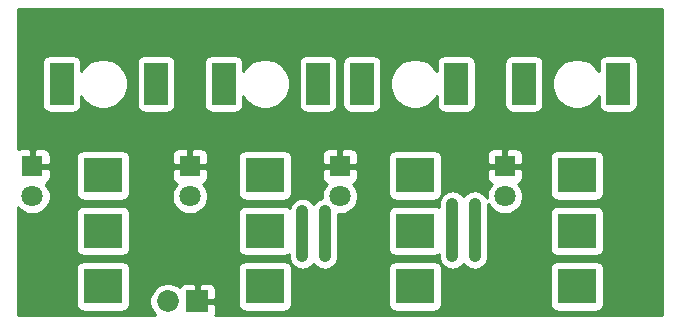
<source format=gbr>
%TF.GenerationSoftware,KiCad,Pcbnew,(5.1.9)-1*%
%TF.CreationDate,2021-03-02T23:28:56+00:00*%
%TF.ProjectId,Four Power Outlet,466f7572-2050-46f7-9765-72204f75746c,rev?*%
%TF.SameCoordinates,Original*%
%TF.FileFunction,Copper,L2,Bot*%
%TF.FilePolarity,Positive*%
%FSLAX46Y46*%
G04 Gerber Fmt 4.6, Leading zero omitted, Abs format (unit mm)*
G04 Created by KiCad (PCBNEW (5.1.9)-1) date 2021-03-02 23:28:56*
%MOMM*%
%LPD*%
G01*
G04 APERTURE LIST*
%TA.AperFunction,ComponentPad*%
%ADD10R,1.850000X1.850000*%
%TD*%
%TA.AperFunction,ComponentPad*%
%ADD11C,1.850000*%
%TD*%
%TA.AperFunction,ComponentPad*%
%ADD12R,3.300000X3.000000*%
%TD*%
%TA.AperFunction,ComponentPad*%
%ADD13R,2.000000X3.600000*%
%TD*%
%TA.AperFunction,ComponentPad*%
%ADD14R,1.800000X1.800000*%
%TD*%
%TA.AperFunction,ComponentPad*%
%ADD15C,1.800000*%
%TD*%
%TA.AperFunction,ViaPad*%
%ADD16C,0.800000*%
%TD*%
%TA.AperFunction,Conductor*%
%ADD17C,1.000000*%
%TD*%
%TA.AperFunction,Conductor*%
%ADD18C,0.254000*%
%TD*%
%TA.AperFunction,Conductor*%
%ADD19C,0.100000*%
%TD*%
G04 APERTURE END LIST*
D10*
%TO.P,J1,1*%
%TO.N,GND*%
X92075000Y-125730000D03*
D11*
%TO.P,J1,2*%
%TO.N,+5V*%
X89575000Y-125730000D03*
%TD*%
D12*
%TO.P,SW4,3*%
%TO.N,Net-(SW4-Pad3)*%
X84075000Y-115060000D03*
%TO.P,SW4,2*%
%TO.N,+5V*%
X84075000Y-119760000D03*
%TO.P,SW4,1*%
%TO.N,Net-(J5-Pad1)*%
X84075000Y-124460000D03*
%TD*%
%TO.P,SW3,3*%
%TO.N,Net-(SW3-Pad3)*%
X97790000Y-115060000D03*
%TO.P,SW3,2*%
%TO.N,+5V*%
X97790000Y-119760000D03*
%TO.P,SW3,1*%
%TO.N,Net-(J4-Pad1)*%
X97790000Y-124460000D03*
%TD*%
%TO.P,SW2,3*%
%TO.N,Net-(SW2-Pad3)*%
X110500000Y-115060000D03*
%TO.P,SW2,2*%
%TO.N,+5V*%
X110500000Y-119760000D03*
%TO.P,SW2,1*%
%TO.N,Net-(J3-Pad1)*%
X110500000Y-124460000D03*
%TD*%
%TO.P,SW1,3*%
%TO.N,Net-(SW1-Pad3)*%
X124200000Y-115060000D03*
%TO.P,SW1,2*%
%TO.N,+5V*%
X124200000Y-119760000D03*
%TO.P,SW1,1*%
%TO.N,Net-(J2-Pad1)*%
X124200000Y-124460000D03*
%TD*%
D13*
%TO.P,J5,2*%
%TO.N,Net-(J5-Pad2)*%
X80574000Y-107315000D03*
%TO.P,J5,1*%
%TO.N,Net-(J5-Pad1)*%
X88574000Y-107315000D03*
%TD*%
%TO.P,J4,2*%
%TO.N,Net-(J4-Pad2)*%
X94290000Y-107315000D03*
%TO.P,J4,1*%
%TO.N,Net-(J4-Pad1)*%
X102290000Y-107315000D03*
%TD*%
%TO.P,J3,2*%
%TO.N,Net-(J3-Pad2)*%
X113990000Y-107315000D03*
%TO.P,J3,1*%
%TO.N,Net-(J3-Pad1)*%
X105990000Y-107315000D03*
%TD*%
%TO.P,J2,2*%
%TO.N,Net-(J2-Pad2)*%
X127706000Y-107315000D03*
%TO.P,J2,1*%
%TO.N,Net-(J2-Pad1)*%
X119706000Y-107315000D03*
%TD*%
D14*
%TO.P,D4,1*%
%TO.N,GND*%
X78105000Y-114300000D03*
D15*
%TO.P,D4,2*%
%TO.N,Net-(D4-Pad2)*%
X78105000Y-116840000D03*
%TD*%
D14*
%TO.P,D3,1*%
%TO.N,GND*%
X91440000Y-114300000D03*
D15*
%TO.P,D3,2*%
%TO.N,Net-(D3-Pad2)*%
X91440000Y-116840000D03*
%TD*%
D14*
%TO.P,D2,1*%
%TO.N,GND*%
X104140000Y-114300000D03*
D15*
%TO.P,D2,2*%
%TO.N,Net-(D2-Pad2)*%
X104140000Y-116840000D03*
%TD*%
D14*
%TO.P,D1,1*%
%TO.N,GND*%
X118110000Y-114300000D03*
D15*
%TO.P,D1,2*%
%TO.N,Net-(D1-Pad2)*%
X118110000Y-116840000D03*
%TD*%
D16*
%TO.N,GND*%
X129540000Y-110490000D03*
X115570000Y-110490000D03*
X92710000Y-110490000D03*
X78740000Y-110490000D03*
%TO.N,Net-(D1-Pad2)*%
X115570000Y-121920000D03*
X115570000Y-117475000D03*
X115570000Y-121920000D03*
%TO.N,Net-(D2-Pad2)*%
X102870000Y-121920000D03*
X102870000Y-118110000D03*
%TO.N,Net-(J3-Pad1)*%
X113665000Y-121920000D03*
X113665000Y-117475000D03*
%TO.N,Net-(J4-Pad1)*%
X100965000Y-121920000D03*
X100965000Y-118110000D03*
%TD*%
D17*
%TO.N,Net-(D1-Pad2)*%
X115570000Y-117475000D02*
X115570000Y-121920000D01*
%TO.N,Net-(D2-Pad2)*%
X102870000Y-121920000D02*
X102870000Y-118110000D01*
%TO.N,Net-(J3-Pad1)*%
X113665000Y-121920000D02*
X113665000Y-117475000D01*
%TO.N,Net-(J4-Pad1)*%
X100965000Y-121920000D02*
X100965000Y-118110000D01*
%TD*%
D18*
%TO.N,GND*%
X131420000Y-126873000D02*
X93597444Y-126873000D01*
X93625812Y-126779482D01*
X93638072Y-126655000D01*
X93635000Y-126015750D01*
X93476250Y-125857000D01*
X92202000Y-125857000D01*
X92202000Y-125877000D01*
X91948000Y-125877000D01*
X91948000Y-125857000D01*
X91928000Y-125857000D01*
X91928000Y-125603000D01*
X91948000Y-125603000D01*
X91948000Y-124328750D01*
X92202000Y-124328750D01*
X92202000Y-125603000D01*
X93476250Y-125603000D01*
X93635000Y-125444250D01*
X93638072Y-124805000D01*
X93625812Y-124680518D01*
X93589502Y-124560820D01*
X93530537Y-124450506D01*
X93451185Y-124353815D01*
X93354494Y-124274463D01*
X93244180Y-124215498D01*
X93124482Y-124179188D01*
X93000000Y-124166928D01*
X92360750Y-124170000D01*
X92202000Y-124328750D01*
X91948000Y-124328750D01*
X91789250Y-124170000D01*
X91150000Y-124166928D01*
X91025518Y-124179188D01*
X90905820Y-124215498D01*
X90795506Y-124274463D01*
X90698815Y-124353815D01*
X90619463Y-124450506D01*
X90578435Y-124527262D01*
X90569442Y-124518269D01*
X90313937Y-124347546D01*
X90030035Y-124229950D01*
X89728647Y-124170000D01*
X89421353Y-124170000D01*
X89119965Y-124229950D01*
X88836063Y-124347546D01*
X88580558Y-124518269D01*
X88363269Y-124735558D01*
X88192546Y-124991063D01*
X88074950Y-125274965D01*
X88015000Y-125576353D01*
X88015000Y-125883647D01*
X88074950Y-126185035D01*
X88192546Y-126468937D01*
X88363269Y-126724442D01*
X88511827Y-126873000D01*
X76860000Y-126873000D01*
X76860000Y-122960000D01*
X81786928Y-122960000D01*
X81786928Y-125960000D01*
X81799188Y-126084482D01*
X81835498Y-126204180D01*
X81894463Y-126314494D01*
X81973815Y-126411185D01*
X82070506Y-126490537D01*
X82180820Y-126549502D01*
X82300518Y-126585812D01*
X82425000Y-126598072D01*
X85725000Y-126598072D01*
X85849482Y-126585812D01*
X85969180Y-126549502D01*
X86079494Y-126490537D01*
X86176185Y-126411185D01*
X86255537Y-126314494D01*
X86314502Y-126204180D01*
X86350812Y-126084482D01*
X86363072Y-125960000D01*
X86363072Y-122960000D01*
X95501928Y-122960000D01*
X95501928Y-125960000D01*
X95514188Y-126084482D01*
X95550498Y-126204180D01*
X95609463Y-126314494D01*
X95688815Y-126411185D01*
X95785506Y-126490537D01*
X95895820Y-126549502D01*
X96015518Y-126585812D01*
X96140000Y-126598072D01*
X99440000Y-126598072D01*
X99564482Y-126585812D01*
X99684180Y-126549502D01*
X99794494Y-126490537D01*
X99891185Y-126411185D01*
X99970537Y-126314494D01*
X100029502Y-126204180D01*
X100065812Y-126084482D01*
X100078072Y-125960000D01*
X100078072Y-122960000D01*
X100065812Y-122835518D01*
X100029502Y-122715820D01*
X99970537Y-122605506D01*
X99891185Y-122508815D01*
X99794494Y-122429463D01*
X99684180Y-122370498D01*
X99564482Y-122334188D01*
X99440000Y-122321928D01*
X96140000Y-122321928D01*
X96015518Y-122334188D01*
X95895820Y-122370498D01*
X95785506Y-122429463D01*
X95688815Y-122508815D01*
X95609463Y-122605506D01*
X95550498Y-122715820D01*
X95514188Y-122835518D01*
X95501928Y-122960000D01*
X86363072Y-122960000D01*
X86350812Y-122835518D01*
X86314502Y-122715820D01*
X86255537Y-122605506D01*
X86176185Y-122508815D01*
X86079494Y-122429463D01*
X85969180Y-122370498D01*
X85849482Y-122334188D01*
X85725000Y-122321928D01*
X82425000Y-122321928D01*
X82300518Y-122334188D01*
X82180820Y-122370498D01*
X82070506Y-122429463D01*
X81973815Y-122508815D01*
X81894463Y-122605506D01*
X81835498Y-122715820D01*
X81799188Y-122835518D01*
X81786928Y-122960000D01*
X76860000Y-122960000D01*
X76860000Y-117739652D01*
X76912688Y-117818505D01*
X77126495Y-118032312D01*
X77377905Y-118200299D01*
X77657257Y-118316011D01*
X77953816Y-118375000D01*
X78256184Y-118375000D01*
X78552743Y-118316011D01*
X78687964Y-118260000D01*
X81786928Y-118260000D01*
X81786928Y-121260000D01*
X81799188Y-121384482D01*
X81835498Y-121504180D01*
X81894463Y-121614494D01*
X81973815Y-121711185D01*
X82070506Y-121790537D01*
X82180820Y-121849502D01*
X82300518Y-121885812D01*
X82425000Y-121898072D01*
X85725000Y-121898072D01*
X85849482Y-121885812D01*
X85969180Y-121849502D01*
X86079494Y-121790537D01*
X86176185Y-121711185D01*
X86255537Y-121614494D01*
X86314502Y-121504180D01*
X86350812Y-121384482D01*
X86363072Y-121260000D01*
X86363072Y-118260000D01*
X86350812Y-118135518D01*
X86314502Y-118015820D01*
X86255537Y-117905506D01*
X86176185Y-117808815D01*
X86079494Y-117729463D01*
X85969180Y-117670498D01*
X85849482Y-117634188D01*
X85725000Y-117621928D01*
X82425000Y-117621928D01*
X82300518Y-117634188D01*
X82180820Y-117670498D01*
X82070506Y-117729463D01*
X81973815Y-117808815D01*
X81894463Y-117905506D01*
X81835498Y-118015820D01*
X81799188Y-118135518D01*
X81786928Y-118260000D01*
X78687964Y-118260000D01*
X78832095Y-118200299D01*
X79083505Y-118032312D01*
X79297312Y-117818505D01*
X79465299Y-117567095D01*
X79581011Y-117287743D01*
X79640000Y-116991184D01*
X79640000Y-116688816D01*
X79581011Y-116392257D01*
X79465299Y-116112905D01*
X79297312Y-115861495D01*
X79230873Y-115795056D01*
X79249180Y-115789502D01*
X79359494Y-115730537D01*
X79456185Y-115651185D01*
X79535537Y-115554494D01*
X79594502Y-115444180D01*
X79630812Y-115324482D01*
X79643072Y-115200000D01*
X79640000Y-114585750D01*
X79481250Y-114427000D01*
X78232000Y-114427000D01*
X78232000Y-114447000D01*
X77978000Y-114447000D01*
X77978000Y-114427000D01*
X77958000Y-114427000D01*
X77958000Y-114173000D01*
X77978000Y-114173000D01*
X77978000Y-112923750D01*
X78232000Y-112923750D01*
X78232000Y-114173000D01*
X79481250Y-114173000D01*
X79640000Y-114014250D01*
X79642271Y-113560000D01*
X81786928Y-113560000D01*
X81786928Y-116560000D01*
X81799188Y-116684482D01*
X81835498Y-116804180D01*
X81894463Y-116914494D01*
X81973815Y-117011185D01*
X82070506Y-117090537D01*
X82180820Y-117149502D01*
X82300518Y-117185812D01*
X82425000Y-117198072D01*
X85725000Y-117198072D01*
X85849482Y-117185812D01*
X85969180Y-117149502D01*
X86079494Y-117090537D01*
X86176185Y-117011185D01*
X86255537Y-116914494D01*
X86314502Y-116804180D01*
X86350812Y-116684482D01*
X86363072Y-116560000D01*
X86363072Y-115200000D01*
X89901928Y-115200000D01*
X89914188Y-115324482D01*
X89950498Y-115444180D01*
X90009463Y-115554494D01*
X90088815Y-115651185D01*
X90185506Y-115730537D01*
X90295820Y-115789502D01*
X90314127Y-115795056D01*
X90247688Y-115861495D01*
X90079701Y-116112905D01*
X89963989Y-116392257D01*
X89905000Y-116688816D01*
X89905000Y-116991184D01*
X89963989Y-117287743D01*
X90079701Y-117567095D01*
X90247688Y-117818505D01*
X90461495Y-118032312D01*
X90712905Y-118200299D01*
X90992257Y-118316011D01*
X91288816Y-118375000D01*
X91591184Y-118375000D01*
X91887743Y-118316011D01*
X92022964Y-118260000D01*
X95501928Y-118260000D01*
X95501928Y-121260000D01*
X95514188Y-121384482D01*
X95550498Y-121504180D01*
X95609463Y-121614494D01*
X95688815Y-121711185D01*
X95785506Y-121790537D01*
X95895820Y-121849502D01*
X96015518Y-121885812D01*
X96140000Y-121898072D01*
X99440000Y-121898072D01*
X99564482Y-121885812D01*
X99684180Y-121849502D01*
X99794494Y-121790537D01*
X99830000Y-121761398D01*
X99830000Y-121975751D01*
X99846423Y-122142498D01*
X99911324Y-122356446D01*
X100016716Y-122553623D01*
X100158551Y-122726449D01*
X100331377Y-122868284D01*
X100528553Y-122973676D01*
X100742501Y-123038577D01*
X100965000Y-123060491D01*
X101187498Y-123038577D01*
X101401446Y-122973676D01*
X101598623Y-122868284D01*
X101771449Y-122726449D01*
X101913284Y-122553623D01*
X101917500Y-122545735D01*
X101921716Y-122553623D01*
X102063551Y-122726449D01*
X102236377Y-122868284D01*
X102433553Y-122973676D01*
X102647501Y-123038577D01*
X102870000Y-123060491D01*
X103092498Y-123038577D01*
X103306446Y-122973676D01*
X103332032Y-122960000D01*
X108211928Y-122960000D01*
X108211928Y-125960000D01*
X108224188Y-126084482D01*
X108260498Y-126204180D01*
X108319463Y-126314494D01*
X108398815Y-126411185D01*
X108495506Y-126490537D01*
X108605820Y-126549502D01*
X108725518Y-126585812D01*
X108850000Y-126598072D01*
X112150000Y-126598072D01*
X112274482Y-126585812D01*
X112394180Y-126549502D01*
X112504494Y-126490537D01*
X112601185Y-126411185D01*
X112680537Y-126314494D01*
X112739502Y-126204180D01*
X112775812Y-126084482D01*
X112788072Y-125960000D01*
X112788072Y-122960000D01*
X112775812Y-122835518D01*
X112739502Y-122715820D01*
X112680537Y-122605506D01*
X112601185Y-122508815D01*
X112504494Y-122429463D01*
X112394180Y-122370498D01*
X112274482Y-122334188D01*
X112150000Y-122321928D01*
X108850000Y-122321928D01*
X108725518Y-122334188D01*
X108605820Y-122370498D01*
X108495506Y-122429463D01*
X108398815Y-122508815D01*
X108319463Y-122605506D01*
X108260498Y-122715820D01*
X108224188Y-122835518D01*
X108211928Y-122960000D01*
X103332032Y-122960000D01*
X103503623Y-122868284D01*
X103676449Y-122726449D01*
X103818284Y-122553623D01*
X103923676Y-122356447D01*
X103988577Y-122142499D01*
X104005000Y-121975752D01*
X104005000Y-118375000D01*
X104291184Y-118375000D01*
X104587743Y-118316011D01*
X104867095Y-118200299D01*
X105118505Y-118032312D01*
X105332312Y-117818505D01*
X105500299Y-117567095D01*
X105616011Y-117287743D01*
X105675000Y-116991184D01*
X105675000Y-116688816D01*
X105616011Y-116392257D01*
X105500299Y-116112905D01*
X105332312Y-115861495D01*
X105265873Y-115795056D01*
X105284180Y-115789502D01*
X105394494Y-115730537D01*
X105491185Y-115651185D01*
X105570537Y-115554494D01*
X105629502Y-115444180D01*
X105665812Y-115324482D01*
X105678072Y-115200000D01*
X105675000Y-114585750D01*
X105516250Y-114427000D01*
X104267000Y-114427000D01*
X104267000Y-114447000D01*
X104013000Y-114447000D01*
X104013000Y-114427000D01*
X102763750Y-114427000D01*
X102605000Y-114585750D01*
X102601928Y-115200000D01*
X102614188Y-115324482D01*
X102650498Y-115444180D01*
X102709463Y-115554494D01*
X102788815Y-115651185D01*
X102885506Y-115730537D01*
X102995820Y-115789502D01*
X103014127Y-115795056D01*
X102947688Y-115861495D01*
X102779701Y-116112905D01*
X102663989Y-116392257D01*
X102605000Y-116688816D01*
X102605000Y-116991184D01*
X102607463Y-117003569D01*
X102433554Y-117056324D01*
X102236378Y-117161716D01*
X102063552Y-117303551D01*
X101921717Y-117476377D01*
X101917501Y-117484266D01*
X101913284Y-117476377D01*
X101771449Y-117303551D01*
X101598623Y-117161716D01*
X101401447Y-117056324D01*
X101187499Y-116991423D01*
X100965000Y-116969509D01*
X100742502Y-116991423D01*
X100528554Y-117056324D01*
X100331378Y-117161716D01*
X100158552Y-117303551D01*
X100016717Y-117476377D01*
X99911325Y-117673553D01*
X99874458Y-117795087D01*
X99794494Y-117729463D01*
X99684180Y-117670498D01*
X99564482Y-117634188D01*
X99440000Y-117621928D01*
X96140000Y-117621928D01*
X96015518Y-117634188D01*
X95895820Y-117670498D01*
X95785506Y-117729463D01*
X95688815Y-117808815D01*
X95609463Y-117905506D01*
X95550498Y-118015820D01*
X95514188Y-118135518D01*
X95501928Y-118260000D01*
X92022964Y-118260000D01*
X92167095Y-118200299D01*
X92418505Y-118032312D01*
X92632312Y-117818505D01*
X92800299Y-117567095D01*
X92916011Y-117287743D01*
X92975000Y-116991184D01*
X92975000Y-116688816D01*
X92916011Y-116392257D01*
X92800299Y-116112905D01*
X92632312Y-115861495D01*
X92565873Y-115795056D01*
X92584180Y-115789502D01*
X92694494Y-115730537D01*
X92791185Y-115651185D01*
X92870537Y-115554494D01*
X92929502Y-115444180D01*
X92965812Y-115324482D01*
X92978072Y-115200000D01*
X92975000Y-114585750D01*
X92816250Y-114427000D01*
X91567000Y-114427000D01*
X91567000Y-114447000D01*
X91313000Y-114447000D01*
X91313000Y-114427000D01*
X90063750Y-114427000D01*
X89905000Y-114585750D01*
X89901928Y-115200000D01*
X86363072Y-115200000D01*
X86363072Y-113560000D01*
X86350812Y-113435518D01*
X86340038Y-113400000D01*
X89901928Y-113400000D01*
X89905000Y-114014250D01*
X90063750Y-114173000D01*
X91313000Y-114173000D01*
X91313000Y-112923750D01*
X91567000Y-112923750D01*
X91567000Y-114173000D01*
X92816250Y-114173000D01*
X92975000Y-114014250D01*
X92977271Y-113560000D01*
X95501928Y-113560000D01*
X95501928Y-116560000D01*
X95514188Y-116684482D01*
X95550498Y-116804180D01*
X95609463Y-116914494D01*
X95688815Y-117011185D01*
X95785506Y-117090537D01*
X95895820Y-117149502D01*
X96015518Y-117185812D01*
X96140000Y-117198072D01*
X99440000Y-117198072D01*
X99564482Y-117185812D01*
X99684180Y-117149502D01*
X99794494Y-117090537D01*
X99891185Y-117011185D01*
X99970537Y-116914494D01*
X100029502Y-116804180D01*
X100065812Y-116684482D01*
X100078072Y-116560000D01*
X100078072Y-113560000D01*
X100065812Y-113435518D01*
X100055038Y-113400000D01*
X102601928Y-113400000D01*
X102605000Y-114014250D01*
X102763750Y-114173000D01*
X104013000Y-114173000D01*
X104013000Y-112923750D01*
X104267000Y-112923750D01*
X104267000Y-114173000D01*
X105516250Y-114173000D01*
X105675000Y-114014250D01*
X105677271Y-113560000D01*
X108211928Y-113560000D01*
X108211928Y-116560000D01*
X108224188Y-116684482D01*
X108260498Y-116804180D01*
X108319463Y-116914494D01*
X108398815Y-117011185D01*
X108495506Y-117090537D01*
X108605820Y-117149502D01*
X108725518Y-117185812D01*
X108850000Y-117198072D01*
X112150000Y-117198072D01*
X112274482Y-117185812D01*
X112394180Y-117149502D01*
X112504494Y-117090537D01*
X112601185Y-117011185D01*
X112672216Y-116924633D01*
X112611325Y-117038553D01*
X112546424Y-117252501D01*
X112530001Y-117419248D01*
X112530001Y-117750396D01*
X112504494Y-117729463D01*
X112394180Y-117670498D01*
X112274482Y-117634188D01*
X112150000Y-117621928D01*
X108850000Y-117621928D01*
X108725518Y-117634188D01*
X108605820Y-117670498D01*
X108495506Y-117729463D01*
X108398815Y-117808815D01*
X108319463Y-117905506D01*
X108260498Y-118015820D01*
X108224188Y-118135518D01*
X108211928Y-118260000D01*
X108211928Y-121260000D01*
X108224188Y-121384482D01*
X108260498Y-121504180D01*
X108319463Y-121614494D01*
X108398815Y-121711185D01*
X108495506Y-121790537D01*
X108605820Y-121849502D01*
X108725518Y-121885812D01*
X108850000Y-121898072D01*
X112150000Y-121898072D01*
X112274482Y-121885812D01*
X112394180Y-121849502D01*
X112504494Y-121790537D01*
X112530000Y-121769605D01*
X112530000Y-121975751D01*
X112546423Y-122142498D01*
X112611324Y-122356446D01*
X112716716Y-122553623D01*
X112858551Y-122726449D01*
X113031377Y-122868284D01*
X113228553Y-122973676D01*
X113442501Y-123038577D01*
X113665000Y-123060491D01*
X113887498Y-123038577D01*
X114101446Y-122973676D01*
X114298623Y-122868284D01*
X114471449Y-122726449D01*
X114613284Y-122553623D01*
X114617501Y-122545734D01*
X114621717Y-122553623D01*
X114763552Y-122726449D01*
X114936378Y-122868284D01*
X115133554Y-122973676D01*
X115347502Y-123038577D01*
X115570000Y-123060491D01*
X115792499Y-123038577D01*
X116006447Y-122973676D01*
X116032033Y-122960000D01*
X121911928Y-122960000D01*
X121911928Y-125960000D01*
X121924188Y-126084482D01*
X121960498Y-126204180D01*
X122019463Y-126314494D01*
X122098815Y-126411185D01*
X122195506Y-126490537D01*
X122305820Y-126549502D01*
X122425518Y-126585812D01*
X122550000Y-126598072D01*
X125850000Y-126598072D01*
X125974482Y-126585812D01*
X126094180Y-126549502D01*
X126204494Y-126490537D01*
X126301185Y-126411185D01*
X126380537Y-126314494D01*
X126439502Y-126204180D01*
X126475812Y-126084482D01*
X126488072Y-125960000D01*
X126488072Y-122960000D01*
X126475812Y-122835518D01*
X126439502Y-122715820D01*
X126380537Y-122605506D01*
X126301185Y-122508815D01*
X126204494Y-122429463D01*
X126094180Y-122370498D01*
X125974482Y-122334188D01*
X125850000Y-122321928D01*
X122550000Y-122321928D01*
X122425518Y-122334188D01*
X122305820Y-122370498D01*
X122195506Y-122429463D01*
X122098815Y-122508815D01*
X122019463Y-122605506D01*
X121960498Y-122715820D01*
X121924188Y-122835518D01*
X121911928Y-122960000D01*
X116032033Y-122960000D01*
X116203623Y-122868284D01*
X116376449Y-122726449D01*
X116518284Y-122553623D01*
X116623676Y-122356447D01*
X116688577Y-122142499D01*
X116705000Y-121975752D01*
X116705000Y-117459178D01*
X116749701Y-117567095D01*
X116917688Y-117818505D01*
X117131495Y-118032312D01*
X117382905Y-118200299D01*
X117662257Y-118316011D01*
X117958816Y-118375000D01*
X118261184Y-118375000D01*
X118557743Y-118316011D01*
X118692964Y-118260000D01*
X121911928Y-118260000D01*
X121911928Y-121260000D01*
X121924188Y-121384482D01*
X121960498Y-121504180D01*
X122019463Y-121614494D01*
X122098815Y-121711185D01*
X122195506Y-121790537D01*
X122305820Y-121849502D01*
X122425518Y-121885812D01*
X122550000Y-121898072D01*
X125850000Y-121898072D01*
X125974482Y-121885812D01*
X126094180Y-121849502D01*
X126204494Y-121790537D01*
X126301185Y-121711185D01*
X126380537Y-121614494D01*
X126439502Y-121504180D01*
X126475812Y-121384482D01*
X126488072Y-121260000D01*
X126488072Y-118260000D01*
X126475812Y-118135518D01*
X126439502Y-118015820D01*
X126380537Y-117905506D01*
X126301185Y-117808815D01*
X126204494Y-117729463D01*
X126094180Y-117670498D01*
X125974482Y-117634188D01*
X125850000Y-117621928D01*
X122550000Y-117621928D01*
X122425518Y-117634188D01*
X122305820Y-117670498D01*
X122195506Y-117729463D01*
X122098815Y-117808815D01*
X122019463Y-117905506D01*
X121960498Y-118015820D01*
X121924188Y-118135518D01*
X121911928Y-118260000D01*
X118692964Y-118260000D01*
X118837095Y-118200299D01*
X119088505Y-118032312D01*
X119302312Y-117818505D01*
X119470299Y-117567095D01*
X119586011Y-117287743D01*
X119645000Y-116991184D01*
X119645000Y-116688816D01*
X119586011Y-116392257D01*
X119470299Y-116112905D01*
X119302312Y-115861495D01*
X119235873Y-115795056D01*
X119254180Y-115789502D01*
X119364494Y-115730537D01*
X119461185Y-115651185D01*
X119540537Y-115554494D01*
X119599502Y-115444180D01*
X119635812Y-115324482D01*
X119648072Y-115200000D01*
X119645000Y-114585750D01*
X119486250Y-114427000D01*
X118237000Y-114427000D01*
X118237000Y-114447000D01*
X117983000Y-114447000D01*
X117983000Y-114427000D01*
X116733750Y-114427000D01*
X116575000Y-114585750D01*
X116571928Y-115200000D01*
X116584188Y-115324482D01*
X116620498Y-115444180D01*
X116679463Y-115554494D01*
X116758815Y-115651185D01*
X116855506Y-115730537D01*
X116965820Y-115789502D01*
X116984127Y-115795056D01*
X116917688Y-115861495D01*
X116749701Y-116112905D01*
X116633989Y-116392257D01*
X116575000Y-116688816D01*
X116575000Y-116947486D01*
X116518284Y-116841377D01*
X116376449Y-116668551D01*
X116203623Y-116526716D01*
X116006446Y-116421324D01*
X115792498Y-116356423D01*
X115570000Y-116334509D01*
X115347501Y-116356423D01*
X115133553Y-116421324D01*
X114936377Y-116526716D01*
X114763551Y-116668551D01*
X114621716Y-116841377D01*
X114617500Y-116849265D01*
X114613284Y-116841377D01*
X114471449Y-116668551D01*
X114298623Y-116526716D01*
X114101447Y-116421324D01*
X113887499Y-116356423D01*
X113665000Y-116334509D01*
X113442502Y-116356423D01*
X113228554Y-116421324D01*
X113031378Y-116526716D01*
X112858552Y-116668551D01*
X112725041Y-116831234D01*
X112739502Y-116804180D01*
X112775812Y-116684482D01*
X112788072Y-116560000D01*
X112788072Y-113560000D01*
X112775812Y-113435518D01*
X112765038Y-113400000D01*
X116571928Y-113400000D01*
X116575000Y-114014250D01*
X116733750Y-114173000D01*
X117983000Y-114173000D01*
X117983000Y-112923750D01*
X118237000Y-112923750D01*
X118237000Y-114173000D01*
X119486250Y-114173000D01*
X119645000Y-114014250D01*
X119647271Y-113560000D01*
X121911928Y-113560000D01*
X121911928Y-116560000D01*
X121924188Y-116684482D01*
X121960498Y-116804180D01*
X122019463Y-116914494D01*
X122098815Y-117011185D01*
X122195506Y-117090537D01*
X122305820Y-117149502D01*
X122425518Y-117185812D01*
X122550000Y-117198072D01*
X125850000Y-117198072D01*
X125974482Y-117185812D01*
X126094180Y-117149502D01*
X126204494Y-117090537D01*
X126301185Y-117011185D01*
X126380537Y-116914494D01*
X126439502Y-116804180D01*
X126475812Y-116684482D01*
X126488072Y-116560000D01*
X126488072Y-113560000D01*
X126475812Y-113435518D01*
X126439502Y-113315820D01*
X126380537Y-113205506D01*
X126301185Y-113108815D01*
X126204494Y-113029463D01*
X126094180Y-112970498D01*
X125974482Y-112934188D01*
X125850000Y-112921928D01*
X122550000Y-112921928D01*
X122425518Y-112934188D01*
X122305820Y-112970498D01*
X122195506Y-113029463D01*
X122098815Y-113108815D01*
X122019463Y-113205506D01*
X121960498Y-113315820D01*
X121924188Y-113435518D01*
X121911928Y-113560000D01*
X119647271Y-113560000D01*
X119648072Y-113400000D01*
X119635812Y-113275518D01*
X119599502Y-113155820D01*
X119540537Y-113045506D01*
X119461185Y-112948815D01*
X119364494Y-112869463D01*
X119254180Y-112810498D01*
X119134482Y-112774188D01*
X119010000Y-112761928D01*
X118395750Y-112765000D01*
X118237000Y-112923750D01*
X117983000Y-112923750D01*
X117824250Y-112765000D01*
X117210000Y-112761928D01*
X117085518Y-112774188D01*
X116965820Y-112810498D01*
X116855506Y-112869463D01*
X116758815Y-112948815D01*
X116679463Y-113045506D01*
X116620498Y-113155820D01*
X116584188Y-113275518D01*
X116571928Y-113400000D01*
X112765038Y-113400000D01*
X112739502Y-113315820D01*
X112680537Y-113205506D01*
X112601185Y-113108815D01*
X112504494Y-113029463D01*
X112394180Y-112970498D01*
X112274482Y-112934188D01*
X112150000Y-112921928D01*
X108850000Y-112921928D01*
X108725518Y-112934188D01*
X108605820Y-112970498D01*
X108495506Y-113029463D01*
X108398815Y-113108815D01*
X108319463Y-113205506D01*
X108260498Y-113315820D01*
X108224188Y-113435518D01*
X108211928Y-113560000D01*
X105677271Y-113560000D01*
X105678072Y-113400000D01*
X105665812Y-113275518D01*
X105629502Y-113155820D01*
X105570537Y-113045506D01*
X105491185Y-112948815D01*
X105394494Y-112869463D01*
X105284180Y-112810498D01*
X105164482Y-112774188D01*
X105040000Y-112761928D01*
X104425750Y-112765000D01*
X104267000Y-112923750D01*
X104013000Y-112923750D01*
X103854250Y-112765000D01*
X103240000Y-112761928D01*
X103115518Y-112774188D01*
X102995820Y-112810498D01*
X102885506Y-112869463D01*
X102788815Y-112948815D01*
X102709463Y-113045506D01*
X102650498Y-113155820D01*
X102614188Y-113275518D01*
X102601928Y-113400000D01*
X100055038Y-113400000D01*
X100029502Y-113315820D01*
X99970537Y-113205506D01*
X99891185Y-113108815D01*
X99794494Y-113029463D01*
X99684180Y-112970498D01*
X99564482Y-112934188D01*
X99440000Y-112921928D01*
X96140000Y-112921928D01*
X96015518Y-112934188D01*
X95895820Y-112970498D01*
X95785506Y-113029463D01*
X95688815Y-113108815D01*
X95609463Y-113205506D01*
X95550498Y-113315820D01*
X95514188Y-113435518D01*
X95501928Y-113560000D01*
X92977271Y-113560000D01*
X92978072Y-113400000D01*
X92965812Y-113275518D01*
X92929502Y-113155820D01*
X92870537Y-113045506D01*
X92791185Y-112948815D01*
X92694494Y-112869463D01*
X92584180Y-112810498D01*
X92464482Y-112774188D01*
X92340000Y-112761928D01*
X91725750Y-112765000D01*
X91567000Y-112923750D01*
X91313000Y-112923750D01*
X91154250Y-112765000D01*
X90540000Y-112761928D01*
X90415518Y-112774188D01*
X90295820Y-112810498D01*
X90185506Y-112869463D01*
X90088815Y-112948815D01*
X90009463Y-113045506D01*
X89950498Y-113155820D01*
X89914188Y-113275518D01*
X89901928Y-113400000D01*
X86340038Y-113400000D01*
X86314502Y-113315820D01*
X86255537Y-113205506D01*
X86176185Y-113108815D01*
X86079494Y-113029463D01*
X85969180Y-112970498D01*
X85849482Y-112934188D01*
X85725000Y-112921928D01*
X82425000Y-112921928D01*
X82300518Y-112934188D01*
X82180820Y-112970498D01*
X82070506Y-113029463D01*
X81973815Y-113108815D01*
X81894463Y-113205506D01*
X81835498Y-113315820D01*
X81799188Y-113435518D01*
X81786928Y-113560000D01*
X79642271Y-113560000D01*
X79643072Y-113400000D01*
X79630812Y-113275518D01*
X79594502Y-113155820D01*
X79535537Y-113045506D01*
X79456185Y-112948815D01*
X79359494Y-112869463D01*
X79249180Y-112810498D01*
X79129482Y-112774188D01*
X79005000Y-112761928D01*
X78390750Y-112765000D01*
X78232000Y-112923750D01*
X77978000Y-112923750D01*
X77819250Y-112765000D01*
X77205000Y-112761928D01*
X77080518Y-112774188D01*
X76960820Y-112810498D01*
X76860000Y-112864388D01*
X76860000Y-105515000D01*
X78935928Y-105515000D01*
X78935928Y-109115000D01*
X78948188Y-109239482D01*
X78984498Y-109359180D01*
X79043463Y-109469494D01*
X79122815Y-109566185D01*
X79219506Y-109645537D01*
X79329820Y-109704502D01*
X79449518Y-109740812D01*
X79574000Y-109753072D01*
X81574000Y-109753072D01*
X81698482Y-109740812D01*
X81818180Y-109704502D01*
X81928494Y-109645537D01*
X82025185Y-109566185D01*
X82104537Y-109469494D01*
X82163502Y-109359180D01*
X82199812Y-109239482D01*
X82212072Y-109115000D01*
X82212072Y-108371326D01*
X82415637Y-108675983D01*
X82713017Y-108973363D01*
X83062698Y-109207012D01*
X83451244Y-109367953D01*
X83863721Y-109450000D01*
X84284279Y-109450000D01*
X84696756Y-109367953D01*
X85085302Y-109207012D01*
X85434983Y-108973363D01*
X85732363Y-108675983D01*
X85966012Y-108326302D01*
X86126953Y-107937756D01*
X86209000Y-107525279D01*
X86209000Y-107104721D01*
X86126953Y-106692244D01*
X85966012Y-106303698D01*
X85732363Y-105954017D01*
X85434983Y-105656637D01*
X85223008Y-105515000D01*
X86935928Y-105515000D01*
X86935928Y-109115000D01*
X86948188Y-109239482D01*
X86984498Y-109359180D01*
X87043463Y-109469494D01*
X87122815Y-109566185D01*
X87219506Y-109645537D01*
X87329820Y-109704502D01*
X87449518Y-109740812D01*
X87574000Y-109753072D01*
X89574000Y-109753072D01*
X89698482Y-109740812D01*
X89818180Y-109704502D01*
X89928494Y-109645537D01*
X90025185Y-109566185D01*
X90104537Y-109469494D01*
X90163502Y-109359180D01*
X90199812Y-109239482D01*
X90212072Y-109115000D01*
X90212072Y-105515000D01*
X92651928Y-105515000D01*
X92651928Y-109115000D01*
X92664188Y-109239482D01*
X92700498Y-109359180D01*
X92759463Y-109469494D01*
X92838815Y-109566185D01*
X92935506Y-109645537D01*
X93045820Y-109704502D01*
X93165518Y-109740812D01*
X93290000Y-109753072D01*
X95290000Y-109753072D01*
X95414482Y-109740812D01*
X95534180Y-109704502D01*
X95644494Y-109645537D01*
X95741185Y-109566185D01*
X95820537Y-109469494D01*
X95879502Y-109359180D01*
X95915812Y-109239482D01*
X95928072Y-109115000D01*
X95928072Y-108371326D01*
X96131637Y-108675983D01*
X96429017Y-108973363D01*
X96778698Y-109207012D01*
X97167244Y-109367953D01*
X97579721Y-109450000D01*
X98000279Y-109450000D01*
X98412756Y-109367953D01*
X98801302Y-109207012D01*
X99150983Y-108973363D01*
X99448363Y-108675983D01*
X99682012Y-108326302D01*
X99842953Y-107937756D01*
X99925000Y-107525279D01*
X99925000Y-107104721D01*
X99842953Y-106692244D01*
X99682012Y-106303698D01*
X99448363Y-105954017D01*
X99150983Y-105656637D01*
X98939008Y-105515000D01*
X100651928Y-105515000D01*
X100651928Y-109115000D01*
X100664188Y-109239482D01*
X100700498Y-109359180D01*
X100759463Y-109469494D01*
X100838815Y-109566185D01*
X100935506Y-109645537D01*
X101045820Y-109704502D01*
X101165518Y-109740812D01*
X101290000Y-109753072D01*
X103290000Y-109753072D01*
X103414482Y-109740812D01*
X103534180Y-109704502D01*
X103644494Y-109645537D01*
X103741185Y-109566185D01*
X103820537Y-109469494D01*
X103879502Y-109359180D01*
X103915812Y-109239482D01*
X103928072Y-109115000D01*
X103928072Y-105515000D01*
X104351928Y-105515000D01*
X104351928Y-109115000D01*
X104364188Y-109239482D01*
X104400498Y-109359180D01*
X104459463Y-109469494D01*
X104538815Y-109566185D01*
X104635506Y-109645537D01*
X104745820Y-109704502D01*
X104865518Y-109740812D01*
X104990000Y-109753072D01*
X106990000Y-109753072D01*
X107114482Y-109740812D01*
X107234180Y-109704502D01*
X107344494Y-109645537D01*
X107441185Y-109566185D01*
X107520537Y-109469494D01*
X107579502Y-109359180D01*
X107615812Y-109239482D01*
X107628072Y-109115000D01*
X107628072Y-107104721D01*
X108355000Y-107104721D01*
X108355000Y-107525279D01*
X108437047Y-107937756D01*
X108597988Y-108326302D01*
X108831637Y-108675983D01*
X109129017Y-108973363D01*
X109478698Y-109207012D01*
X109867244Y-109367953D01*
X110279721Y-109450000D01*
X110700279Y-109450000D01*
X111112756Y-109367953D01*
X111501302Y-109207012D01*
X111850983Y-108973363D01*
X112148363Y-108675983D01*
X112351928Y-108371326D01*
X112351928Y-109115000D01*
X112364188Y-109239482D01*
X112400498Y-109359180D01*
X112459463Y-109469494D01*
X112538815Y-109566185D01*
X112635506Y-109645537D01*
X112745820Y-109704502D01*
X112865518Y-109740812D01*
X112990000Y-109753072D01*
X114990000Y-109753072D01*
X115114482Y-109740812D01*
X115234180Y-109704502D01*
X115344494Y-109645537D01*
X115441185Y-109566185D01*
X115520537Y-109469494D01*
X115579502Y-109359180D01*
X115615812Y-109239482D01*
X115628072Y-109115000D01*
X115628072Y-105515000D01*
X118067928Y-105515000D01*
X118067928Y-109115000D01*
X118080188Y-109239482D01*
X118116498Y-109359180D01*
X118175463Y-109469494D01*
X118254815Y-109566185D01*
X118351506Y-109645537D01*
X118461820Y-109704502D01*
X118581518Y-109740812D01*
X118706000Y-109753072D01*
X120706000Y-109753072D01*
X120830482Y-109740812D01*
X120950180Y-109704502D01*
X121060494Y-109645537D01*
X121157185Y-109566185D01*
X121236537Y-109469494D01*
X121295502Y-109359180D01*
X121331812Y-109239482D01*
X121344072Y-109115000D01*
X121344072Y-107104721D01*
X122071000Y-107104721D01*
X122071000Y-107525279D01*
X122153047Y-107937756D01*
X122313988Y-108326302D01*
X122547637Y-108675983D01*
X122845017Y-108973363D01*
X123194698Y-109207012D01*
X123583244Y-109367953D01*
X123995721Y-109450000D01*
X124416279Y-109450000D01*
X124828756Y-109367953D01*
X125217302Y-109207012D01*
X125566983Y-108973363D01*
X125864363Y-108675983D01*
X126067928Y-108371326D01*
X126067928Y-109115000D01*
X126080188Y-109239482D01*
X126116498Y-109359180D01*
X126175463Y-109469494D01*
X126254815Y-109566185D01*
X126351506Y-109645537D01*
X126461820Y-109704502D01*
X126581518Y-109740812D01*
X126706000Y-109753072D01*
X128706000Y-109753072D01*
X128830482Y-109740812D01*
X128950180Y-109704502D01*
X129060494Y-109645537D01*
X129157185Y-109566185D01*
X129236537Y-109469494D01*
X129295502Y-109359180D01*
X129331812Y-109239482D01*
X129344072Y-109115000D01*
X129344072Y-105515000D01*
X129331812Y-105390518D01*
X129295502Y-105270820D01*
X129236537Y-105160506D01*
X129157185Y-105063815D01*
X129060494Y-104984463D01*
X128950180Y-104925498D01*
X128830482Y-104889188D01*
X128706000Y-104876928D01*
X126706000Y-104876928D01*
X126581518Y-104889188D01*
X126461820Y-104925498D01*
X126351506Y-104984463D01*
X126254815Y-105063815D01*
X126175463Y-105160506D01*
X126116498Y-105270820D01*
X126080188Y-105390518D01*
X126067928Y-105515000D01*
X126067928Y-106258674D01*
X125864363Y-105954017D01*
X125566983Y-105656637D01*
X125217302Y-105422988D01*
X124828756Y-105262047D01*
X124416279Y-105180000D01*
X123995721Y-105180000D01*
X123583244Y-105262047D01*
X123194698Y-105422988D01*
X122845017Y-105656637D01*
X122547637Y-105954017D01*
X122313988Y-106303698D01*
X122153047Y-106692244D01*
X122071000Y-107104721D01*
X121344072Y-107104721D01*
X121344072Y-105515000D01*
X121331812Y-105390518D01*
X121295502Y-105270820D01*
X121236537Y-105160506D01*
X121157185Y-105063815D01*
X121060494Y-104984463D01*
X120950180Y-104925498D01*
X120830482Y-104889188D01*
X120706000Y-104876928D01*
X118706000Y-104876928D01*
X118581518Y-104889188D01*
X118461820Y-104925498D01*
X118351506Y-104984463D01*
X118254815Y-105063815D01*
X118175463Y-105160506D01*
X118116498Y-105270820D01*
X118080188Y-105390518D01*
X118067928Y-105515000D01*
X115628072Y-105515000D01*
X115615812Y-105390518D01*
X115579502Y-105270820D01*
X115520537Y-105160506D01*
X115441185Y-105063815D01*
X115344494Y-104984463D01*
X115234180Y-104925498D01*
X115114482Y-104889188D01*
X114990000Y-104876928D01*
X112990000Y-104876928D01*
X112865518Y-104889188D01*
X112745820Y-104925498D01*
X112635506Y-104984463D01*
X112538815Y-105063815D01*
X112459463Y-105160506D01*
X112400498Y-105270820D01*
X112364188Y-105390518D01*
X112351928Y-105515000D01*
X112351928Y-106258674D01*
X112148363Y-105954017D01*
X111850983Y-105656637D01*
X111501302Y-105422988D01*
X111112756Y-105262047D01*
X110700279Y-105180000D01*
X110279721Y-105180000D01*
X109867244Y-105262047D01*
X109478698Y-105422988D01*
X109129017Y-105656637D01*
X108831637Y-105954017D01*
X108597988Y-106303698D01*
X108437047Y-106692244D01*
X108355000Y-107104721D01*
X107628072Y-107104721D01*
X107628072Y-105515000D01*
X107615812Y-105390518D01*
X107579502Y-105270820D01*
X107520537Y-105160506D01*
X107441185Y-105063815D01*
X107344494Y-104984463D01*
X107234180Y-104925498D01*
X107114482Y-104889188D01*
X106990000Y-104876928D01*
X104990000Y-104876928D01*
X104865518Y-104889188D01*
X104745820Y-104925498D01*
X104635506Y-104984463D01*
X104538815Y-105063815D01*
X104459463Y-105160506D01*
X104400498Y-105270820D01*
X104364188Y-105390518D01*
X104351928Y-105515000D01*
X103928072Y-105515000D01*
X103915812Y-105390518D01*
X103879502Y-105270820D01*
X103820537Y-105160506D01*
X103741185Y-105063815D01*
X103644494Y-104984463D01*
X103534180Y-104925498D01*
X103414482Y-104889188D01*
X103290000Y-104876928D01*
X101290000Y-104876928D01*
X101165518Y-104889188D01*
X101045820Y-104925498D01*
X100935506Y-104984463D01*
X100838815Y-105063815D01*
X100759463Y-105160506D01*
X100700498Y-105270820D01*
X100664188Y-105390518D01*
X100651928Y-105515000D01*
X98939008Y-105515000D01*
X98801302Y-105422988D01*
X98412756Y-105262047D01*
X98000279Y-105180000D01*
X97579721Y-105180000D01*
X97167244Y-105262047D01*
X96778698Y-105422988D01*
X96429017Y-105656637D01*
X96131637Y-105954017D01*
X95928072Y-106258674D01*
X95928072Y-105515000D01*
X95915812Y-105390518D01*
X95879502Y-105270820D01*
X95820537Y-105160506D01*
X95741185Y-105063815D01*
X95644494Y-104984463D01*
X95534180Y-104925498D01*
X95414482Y-104889188D01*
X95290000Y-104876928D01*
X93290000Y-104876928D01*
X93165518Y-104889188D01*
X93045820Y-104925498D01*
X92935506Y-104984463D01*
X92838815Y-105063815D01*
X92759463Y-105160506D01*
X92700498Y-105270820D01*
X92664188Y-105390518D01*
X92651928Y-105515000D01*
X90212072Y-105515000D01*
X90199812Y-105390518D01*
X90163502Y-105270820D01*
X90104537Y-105160506D01*
X90025185Y-105063815D01*
X89928494Y-104984463D01*
X89818180Y-104925498D01*
X89698482Y-104889188D01*
X89574000Y-104876928D01*
X87574000Y-104876928D01*
X87449518Y-104889188D01*
X87329820Y-104925498D01*
X87219506Y-104984463D01*
X87122815Y-105063815D01*
X87043463Y-105160506D01*
X86984498Y-105270820D01*
X86948188Y-105390518D01*
X86935928Y-105515000D01*
X85223008Y-105515000D01*
X85085302Y-105422988D01*
X84696756Y-105262047D01*
X84284279Y-105180000D01*
X83863721Y-105180000D01*
X83451244Y-105262047D01*
X83062698Y-105422988D01*
X82713017Y-105656637D01*
X82415637Y-105954017D01*
X82212072Y-106258674D01*
X82212072Y-105515000D01*
X82199812Y-105390518D01*
X82163502Y-105270820D01*
X82104537Y-105160506D01*
X82025185Y-105063815D01*
X81928494Y-104984463D01*
X81818180Y-104925498D01*
X81698482Y-104889188D01*
X81574000Y-104876928D01*
X79574000Y-104876928D01*
X79449518Y-104889188D01*
X79329820Y-104925498D01*
X79219506Y-104984463D01*
X79122815Y-105063815D01*
X79043463Y-105160506D01*
X78984498Y-105270820D01*
X78948188Y-105390518D01*
X78935928Y-105515000D01*
X76860000Y-105515000D01*
X76860000Y-100990000D01*
X131420001Y-100990000D01*
X131420000Y-126873000D01*
%TA.AperFunction,Conductor*%
D19*
G36*
X131420000Y-126873000D02*
G01*
X93597444Y-126873000D01*
X93625812Y-126779482D01*
X93638072Y-126655000D01*
X93635000Y-126015750D01*
X93476250Y-125857000D01*
X92202000Y-125857000D01*
X92202000Y-125877000D01*
X91948000Y-125877000D01*
X91948000Y-125857000D01*
X91928000Y-125857000D01*
X91928000Y-125603000D01*
X91948000Y-125603000D01*
X91948000Y-124328750D01*
X92202000Y-124328750D01*
X92202000Y-125603000D01*
X93476250Y-125603000D01*
X93635000Y-125444250D01*
X93638072Y-124805000D01*
X93625812Y-124680518D01*
X93589502Y-124560820D01*
X93530537Y-124450506D01*
X93451185Y-124353815D01*
X93354494Y-124274463D01*
X93244180Y-124215498D01*
X93124482Y-124179188D01*
X93000000Y-124166928D01*
X92360750Y-124170000D01*
X92202000Y-124328750D01*
X91948000Y-124328750D01*
X91789250Y-124170000D01*
X91150000Y-124166928D01*
X91025518Y-124179188D01*
X90905820Y-124215498D01*
X90795506Y-124274463D01*
X90698815Y-124353815D01*
X90619463Y-124450506D01*
X90578435Y-124527262D01*
X90569442Y-124518269D01*
X90313937Y-124347546D01*
X90030035Y-124229950D01*
X89728647Y-124170000D01*
X89421353Y-124170000D01*
X89119965Y-124229950D01*
X88836063Y-124347546D01*
X88580558Y-124518269D01*
X88363269Y-124735558D01*
X88192546Y-124991063D01*
X88074950Y-125274965D01*
X88015000Y-125576353D01*
X88015000Y-125883647D01*
X88074950Y-126185035D01*
X88192546Y-126468937D01*
X88363269Y-126724442D01*
X88511827Y-126873000D01*
X76860000Y-126873000D01*
X76860000Y-122960000D01*
X81786928Y-122960000D01*
X81786928Y-125960000D01*
X81799188Y-126084482D01*
X81835498Y-126204180D01*
X81894463Y-126314494D01*
X81973815Y-126411185D01*
X82070506Y-126490537D01*
X82180820Y-126549502D01*
X82300518Y-126585812D01*
X82425000Y-126598072D01*
X85725000Y-126598072D01*
X85849482Y-126585812D01*
X85969180Y-126549502D01*
X86079494Y-126490537D01*
X86176185Y-126411185D01*
X86255537Y-126314494D01*
X86314502Y-126204180D01*
X86350812Y-126084482D01*
X86363072Y-125960000D01*
X86363072Y-122960000D01*
X95501928Y-122960000D01*
X95501928Y-125960000D01*
X95514188Y-126084482D01*
X95550498Y-126204180D01*
X95609463Y-126314494D01*
X95688815Y-126411185D01*
X95785506Y-126490537D01*
X95895820Y-126549502D01*
X96015518Y-126585812D01*
X96140000Y-126598072D01*
X99440000Y-126598072D01*
X99564482Y-126585812D01*
X99684180Y-126549502D01*
X99794494Y-126490537D01*
X99891185Y-126411185D01*
X99970537Y-126314494D01*
X100029502Y-126204180D01*
X100065812Y-126084482D01*
X100078072Y-125960000D01*
X100078072Y-122960000D01*
X100065812Y-122835518D01*
X100029502Y-122715820D01*
X99970537Y-122605506D01*
X99891185Y-122508815D01*
X99794494Y-122429463D01*
X99684180Y-122370498D01*
X99564482Y-122334188D01*
X99440000Y-122321928D01*
X96140000Y-122321928D01*
X96015518Y-122334188D01*
X95895820Y-122370498D01*
X95785506Y-122429463D01*
X95688815Y-122508815D01*
X95609463Y-122605506D01*
X95550498Y-122715820D01*
X95514188Y-122835518D01*
X95501928Y-122960000D01*
X86363072Y-122960000D01*
X86350812Y-122835518D01*
X86314502Y-122715820D01*
X86255537Y-122605506D01*
X86176185Y-122508815D01*
X86079494Y-122429463D01*
X85969180Y-122370498D01*
X85849482Y-122334188D01*
X85725000Y-122321928D01*
X82425000Y-122321928D01*
X82300518Y-122334188D01*
X82180820Y-122370498D01*
X82070506Y-122429463D01*
X81973815Y-122508815D01*
X81894463Y-122605506D01*
X81835498Y-122715820D01*
X81799188Y-122835518D01*
X81786928Y-122960000D01*
X76860000Y-122960000D01*
X76860000Y-117739652D01*
X76912688Y-117818505D01*
X77126495Y-118032312D01*
X77377905Y-118200299D01*
X77657257Y-118316011D01*
X77953816Y-118375000D01*
X78256184Y-118375000D01*
X78552743Y-118316011D01*
X78687964Y-118260000D01*
X81786928Y-118260000D01*
X81786928Y-121260000D01*
X81799188Y-121384482D01*
X81835498Y-121504180D01*
X81894463Y-121614494D01*
X81973815Y-121711185D01*
X82070506Y-121790537D01*
X82180820Y-121849502D01*
X82300518Y-121885812D01*
X82425000Y-121898072D01*
X85725000Y-121898072D01*
X85849482Y-121885812D01*
X85969180Y-121849502D01*
X86079494Y-121790537D01*
X86176185Y-121711185D01*
X86255537Y-121614494D01*
X86314502Y-121504180D01*
X86350812Y-121384482D01*
X86363072Y-121260000D01*
X86363072Y-118260000D01*
X86350812Y-118135518D01*
X86314502Y-118015820D01*
X86255537Y-117905506D01*
X86176185Y-117808815D01*
X86079494Y-117729463D01*
X85969180Y-117670498D01*
X85849482Y-117634188D01*
X85725000Y-117621928D01*
X82425000Y-117621928D01*
X82300518Y-117634188D01*
X82180820Y-117670498D01*
X82070506Y-117729463D01*
X81973815Y-117808815D01*
X81894463Y-117905506D01*
X81835498Y-118015820D01*
X81799188Y-118135518D01*
X81786928Y-118260000D01*
X78687964Y-118260000D01*
X78832095Y-118200299D01*
X79083505Y-118032312D01*
X79297312Y-117818505D01*
X79465299Y-117567095D01*
X79581011Y-117287743D01*
X79640000Y-116991184D01*
X79640000Y-116688816D01*
X79581011Y-116392257D01*
X79465299Y-116112905D01*
X79297312Y-115861495D01*
X79230873Y-115795056D01*
X79249180Y-115789502D01*
X79359494Y-115730537D01*
X79456185Y-115651185D01*
X79535537Y-115554494D01*
X79594502Y-115444180D01*
X79630812Y-115324482D01*
X79643072Y-115200000D01*
X79640000Y-114585750D01*
X79481250Y-114427000D01*
X78232000Y-114427000D01*
X78232000Y-114447000D01*
X77978000Y-114447000D01*
X77978000Y-114427000D01*
X77958000Y-114427000D01*
X77958000Y-114173000D01*
X77978000Y-114173000D01*
X77978000Y-112923750D01*
X78232000Y-112923750D01*
X78232000Y-114173000D01*
X79481250Y-114173000D01*
X79640000Y-114014250D01*
X79642271Y-113560000D01*
X81786928Y-113560000D01*
X81786928Y-116560000D01*
X81799188Y-116684482D01*
X81835498Y-116804180D01*
X81894463Y-116914494D01*
X81973815Y-117011185D01*
X82070506Y-117090537D01*
X82180820Y-117149502D01*
X82300518Y-117185812D01*
X82425000Y-117198072D01*
X85725000Y-117198072D01*
X85849482Y-117185812D01*
X85969180Y-117149502D01*
X86079494Y-117090537D01*
X86176185Y-117011185D01*
X86255537Y-116914494D01*
X86314502Y-116804180D01*
X86350812Y-116684482D01*
X86363072Y-116560000D01*
X86363072Y-115200000D01*
X89901928Y-115200000D01*
X89914188Y-115324482D01*
X89950498Y-115444180D01*
X90009463Y-115554494D01*
X90088815Y-115651185D01*
X90185506Y-115730537D01*
X90295820Y-115789502D01*
X90314127Y-115795056D01*
X90247688Y-115861495D01*
X90079701Y-116112905D01*
X89963989Y-116392257D01*
X89905000Y-116688816D01*
X89905000Y-116991184D01*
X89963989Y-117287743D01*
X90079701Y-117567095D01*
X90247688Y-117818505D01*
X90461495Y-118032312D01*
X90712905Y-118200299D01*
X90992257Y-118316011D01*
X91288816Y-118375000D01*
X91591184Y-118375000D01*
X91887743Y-118316011D01*
X92022964Y-118260000D01*
X95501928Y-118260000D01*
X95501928Y-121260000D01*
X95514188Y-121384482D01*
X95550498Y-121504180D01*
X95609463Y-121614494D01*
X95688815Y-121711185D01*
X95785506Y-121790537D01*
X95895820Y-121849502D01*
X96015518Y-121885812D01*
X96140000Y-121898072D01*
X99440000Y-121898072D01*
X99564482Y-121885812D01*
X99684180Y-121849502D01*
X99794494Y-121790537D01*
X99830000Y-121761398D01*
X99830000Y-121975751D01*
X99846423Y-122142498D01*
X99911324Y-122356446D01*
X100016716Y-122553623D01*
X100158551Y-122726449D01*
X100331377Y-122868284D01*
X100528553Y-122973676D01*
X100742501Y-123038577D01*
X100965000Y-123060491D01*
X101187498Y-123038577D01*
X101401446Y-122973676D01*
X101598623Y-122868284D01*
X101771449Y-122726449D01*
X101913284Y-122553623D01*
X101917500Y-122545735D01*
X101921716Y-122553623D01*
X102063551Y-122726449D01*
X102236377Y-122868284D01*
X102433553Y-122973676D01*
X102647501Y-123038577D01*
X102870000Y-123060491D01*
X103092498Y-123038577D01*
X103306446Y-122973676D01*
X103332032Y-122960000D01*
X108211928Y-122960000D01*
X108211928Y-125960000D01*
X108224188Y-126084482D01*
X108260498Y-126204180D01*
X108319463Y-126314494D01*
X108398815Y-126411185D01*
X108495506Y-126490537D01*
X108605820Y-126549502D01*
X108725518Y-126585812D01*
X108850000Y-126598072D01*
X112150000Y-126598072D01*
X112274482Y-126585812D01*
X112394180Y-126549502D01*
X112504494Y-126490537D01*
X112601185Y-126411185D01*
X112680537Y-126314494D01*
X112739502Y-126204180D01*
X112775812Y-126084482D01*
X112788072Y-125960000D01*
X112788072Y-122960000D01*
X112775812Y-122835518D01*
X112739502Y-122715820D01*
X112680537Y-122605506D01*
X112601185Y-122508815D01*
X112504494Y-122429463D01*
X112394180Y-122370498D01*
X112274482Y-122334188D01*
X112150000Y-122321928D01*
X108850000Y-122321928D01*
X108725518Y-122334188D01*
X108605820Y-122370498D01*
X108495506Y-122429463D01*
X108398815Y-122508815D01*
X108319463Y-122605506D01*
X108260498Y-122715820D01*
X108224188Y-122835518D01*
X108211928Y-122960000D01*
X103332032Y-122960000D01*
X103503623Y-122868284D01*
X103676449Y-122726449D01*
X103818284Y-122553623D01*
X103923676Y-122356447D01*
X103988577Y-122142499D01*
X104005000Y-121975752D01*
X104005000Y-118375000D01*
X104291184Y-118375000D01*
X104587743Y-118316011D01*
X104867095Y-118200299D01*
X105118505Y-118032312D01*
X105332312Y-117818505D01*
X105500299Y-117567095D01*
X105616011Y-117287743D01*
X105675000Y-116991184D01*
X105675000Y-116688816D01*
X105616011Y-116392257D01*
X105500299Y-116112905D01*
X105332312Y-115861495D01*
X105265873Y-115795056D01*
X105284180Y-115789502D01*
X105394494Y-115730537D01*
X105491185Y-115651185D01*
X105570537Y-115554494D01*
X105629502Y-115444180D01*
X105665812Y-115324482D01*
X105678072Y-115200000D01*
X105675000Y-114585750D01*
X105516250Y-114427000D01*
X104267000Y-114427000D01*
X104267000Y-114447000D01*
X104013000Y-114447000D01*
X104013000Y-114427000D01*
X102763750Y-114427000D01*
X102605000Y-114585750D01*
X102601928Y-115200000D01*
X102614188Y-115324482D01*
X102650498Y-115444180D01*
X102709463Y-115554494D01*
X102788815Y-115651185D01*
X102885506Y-115730537D01*
X102995820Y-115789502D01*
X103014127Y-115795056D01*
X102947688Y-115861495D01*
X102779701Y-116112905D01*
X102663989Y-116392257D01*
X102605000Y-116688816D01*
X102605000Y-116991184D01*
X102607463Y-117003569D01*
X102433554Y-117056324D01*
X102236378Y-117161716D01*
X102063552Y-117303551D01*
X101921717Y-117476377D01*
X101917501Y-117484266D01*
X101913284Y-117476377D01*
X101771449Y-117303551D01*
X101598623Y-117161716D01*
X101401447Y-117056324D01*
X101187499Y-116991423D01*
X100965000Y-116969509D01*
X100742502Y-116991423D01*
X100528554Y-117056324D01*
X100331378Y-117161716D01*
X100158552Y-117303551D01*
X100016717Y-117476377D01*
X99911325Y-117673553D01*
X99874458Y-117795087D01*
X99794494Y-117729463D01*
X99684180Y-117670498D01*
X99564482Y-117634188D01*
X99440000Y-117621928D01*
X96140000Y-117621928D01*
X96015518Y-117634188D01*
X95895820Y-117670498D01*
X95785506Y-117729463D01*
X95688815Y-117808815D01*
X95609463Y-117905506D01*
X95550498Y-118015820D01*
X95514188Y-118135518D01*
X95501928Y-118260000D01*
X92022964Y-118260000D01*
X92167095Y-118200299D01*
X92418505Y-118032312D01*
X92632312Y-117818505D01*
X92800299Y-117567095D01*
X92916011Y-117287743D01*
X92975000Y-116991184D01*
X92975000Y-116688816D01*
X92916011Y-116392257D01*
X92800299Y-116112905D01*
X92632312Y-115861495D01*
X92565873Y-115795056D01*
X92584180Y-115789502D01*
X92694494Y-115730537D01*
X92791185Y-115651185D01*
X92870537Y-115554494D01*
X92929502Y-115444180D01*
X92965812Y-115324482D01*
X92978072Y-115200000D01*
X92975000Y-114585750D01*
X92816250Y-114427000D01*
X91567000Y-114427000D01*
X91567000Y-114447000D01*
X91313000Y-114447000D01*
X91313000Y-114427000D01*
X90063750Y-114427000D01*
X89905000Y-114585750D01*
X89901928Y-115200000D01*
X86363072Y-115200000D01*
X86363072Y-113560000D01*
X86350812Y-113435518D01*
X86340038Y-113400000D01*
X89901928Y-113400000D01*
X89905000Y-114014250D01*
X90063750Y-114173000D01*
X91313000Y-114173000D01*
X91313000Y-112923750D01*
X91567000Y-112923750D01*
X91567000Y-114173000D01*
X92816250Y-114173000D01*
X92975000Y-114014250D01*
X92977271Y-113560000D01*
X95501928Y-113560000D01*
X95501928Y-116560000D01*
X95514188Y-116684482D01*
X95550498Y-116804180D01*
X95609463Y-116914494D01*
X95688815Y-117011185D01*
X95785506Y-117090537D01*
X95895820Y-117149502D01*
X96015518Y-117185812D01*
X96140000Y-117198072D01*
X99440000Y-117198072D01*
X99564482Y-117185812D01*
X99684180Y-117149502D01*
X99794494Y-117090537D01*
X99891185Y-117011185D01*
X99970537Y-116914494D01*
X100029502Y-116804180D01*
X100065812Y-116684482D01*
X100078072Y-116560000D01*
X100078072Y-113560000D01*
X100065812Y-113435518D01*
X100055038Y-113400000D01*
X102601928Y-113400000D01*
X102605000Y-114014250D01*
X102763750Y-114173000D01*
X104013000Y-114173000D01*
X104013000Y-112923750D01*
X104267000Y-112923750D01*
X104267000Y-114173000D01*
X105516250Y-114173000D01*
X105675000Y-114014250D01*
X105677271Y-113560000D01*
X108211928Y-113560000D01*
X108211928Y-116560000D01*
X108224188Y-116684482D01*
X108260498Y-116804180D01*
X108319463Y-116914494D01*
X108398815Y-117011185D01*
X108495506Y-117090537D01*
X108605820Y-117149502D01*
X108725518Y-117185812D01*
X108850000Y-117198072D01*
X112150000Y-117198072D01*
X112274482Y-117185812D01*
X112394180Y-117149502D01*
X112504494Y-117090537D01*
X112601185Y-117011185D01*
X112672216Y-116924633D01*
X112611325Y-117038553D01*
X112546424Y-117252501D01*
X112530001Y-117419248D01*
X112530001Y-117750396D01*
X112504494Y-117729463D01*
X112394180Y-117670498D01*
X112274482Y-117634188D01*
X112150000Y-117621928D01*
X108850000Y-117621928D01*
X108725518Y-117634188D01*
X108605820Y-117670498D01*
X108495506Y-117729463D01*
X108398815Y-117808815D01*
X108319463Y-117905506D01*
X108260498Y-118015820D01*
X108224188Y-118135518D01*
X108211928Y-118260000D01*
X108211928Y-121260000D01*
X108224188Y-121384482D01*
X108260498Y-121504180D01*
X108319463Y-121614494D01*
X108398815Y-121711185D01*
X108495506Y-121790537D01*
X108605820Y-121849502D01*
X108725518Y-121885812D01*
X108850000Y-121898072D01*
X112150000Y-121898072D01*
X112274482Y-121885812D01*
X112394180Y-121849502D01*
X112504494Y-121790537D01*
X112530000Y-121769605D01*
X112530000Y-121975751D01*
X112546423Y-122142498D01*
X112611324Y-122356446D01*
X112716716Y-122553623D01*
X112858551Y-122726449D01*
X113031377Y-122868284D01*
X113228553Y-122973676D01*
X113442501Y-123038577D01*
X113665000Y-123060491D01*
X113887498Y-123038577D01*
X114101446Y-122973676D01*
X114298623Y-122868284D01*
X114471449Y-122726449D01*
X114613284Y-122553623D01*
X114617501Y-122545734D01*
X114621717Y-122553623D01*
X114763552Y-122726449D01*
X114936378Y-122868284D01*
X115133554Y-122973676D01*
X115347502Y-123038577D01*
X115570000Y-123060491D01*
X115792499Y-123038577D01*
X116006447Y-122973676D01*
X116032033Y-122960000D01*
X121911928Y-122960000D01*
X121911928Y-125960000D01*
X121924188Y-126084482D01*
X121960498Y-126204180D01*
X122019463Y-126314494D01*
X122098815Y-126411185D01*
X122195506Y-126490537D01*
X122305820Y-126549502D01*
X122425518Y-126585812D01*
X122550000Y-126598072D01*
X125850000Y-126598072D01*
X125974482Y-126585812D01*
X126094180Y-126549502D01*
X126204494Y-126490537D01*
X126301185Y-126411185D01*
X126380537Y-126314494D01*
X126439502Y-126204180D01*
X126475812Y-126084482D01*
X126488072Y-125960000D01*
X126488072Y-122960000D01*
X126475812Y-122835518D01*
X126439502Y-122715820D01*
X126380537Y-122605506D01*
X126301185Y-122508815D01*
X126204494Y-122429463D01*
X126094180Y-122370498D01*
X125974482Y-122334188D01*
X125850000Y-122321928D01*
X122550000Y-122321928D01*
X122425518Y-122334188D01*
X122305820Y-122370498D01*
X122195506Y-122429463D01*
X122098815Y-122508815D01*
X122019463Y-122605506D01*
X121960498Y-122715820D01*
X121924188Y-122835518D01*
X121911928Y-122960000D01*
X116032033Y-122960000D01*
X116203623Y-122868284D01*
X116376449Y-122726449D01*
X116518284Y-122553623D01*
X116623676Y-122356447D01*
X116688577Y-122142499D01*
X116705000Y-121975752D01*
X116705000Y-117459178D01*
X116749701Y-117567095D01*
X116917688Y-117818505D01*
X117131495Y-118032312D01*
X117382905Y-118200299D01*
X117662257Y-118316011D01*
X117958816Y-118375000D01*
X118261184Y-118375000D01*
X118557743Y-118316011D01*
X118692964Y-118260000D01*
X121911928Y-118260000D01*
X121911928Y-121260000D01*
X121924188Y-121384482D01*
X121960498Y-121504180D01*
X122019463Y-121614494D01*
X122098815Y-121711185D01*
X122195506Y-121790537D01*
X122305820Y-121849502D01*
X122425518Y-121885812D01*
X122550000Y-121898072D01*
X125850000Y-121898072D01*
X125974482Y-121885812D01*
X126094180Y-121849502D01*
X126204494Y-121790537D01*
X126301185Y-121711185D01*
X126380537Y-121614494D01*
X126439502Y-121504180D01*
X126475812Y-121384482D01*
X126488072Y-121260000D01*
X126488072Y-118260000D01*
X126475812Y-118135518D01*
X126439502Y-118015820D01*
X126380537Y-117905506D01*
X126301185Y-117808815D01*
X126204494Y-117729463D01*
X126094180Y-117670498D01*
X125974482Y-117634188D01*
X125850000Y-117621928D01*
X122550000Y-117621928D01*
X122425518Y-117634188D01*
X122305820Y-117670498D01*
X122195506Y-117729463D01*
X122098815Y-117808815D01*
X122019463Y-117905506D01*
X121960498Y-118015820D01*
X121924188Y-118135518D01*
X121911928Y-118260000D01*
X118692964Y-118260000D01*
X118837095Y-118200299D01*
X119088505Y-118032312D01*
X119302312Y-117818505D01*
X119470299Y-117567095D01*
X119586011Y-117287743D01*
X119645000Y-116991184D01*
X119645000Y-116688816D01*
X119586011Y-116392257D01*
X119470299Y-116112905D01*
X119302312Y-115861495D01*
X119235873Y-115795056D01*
X119254180Y-115789502D01*
X119364494Y-115730537D01*
X119461185Y-115651185D01*
X119540537Y-115554494D01*
X119599502Y-115444180D01*
X119635812Y-115324482D01*
X119648072Y-115200000D01*
X119645000Y-114585750D01*
X119486250Y-114427000D01*
X118237000Y-114427000D01*
X118237000Y-114447000D01*
X117983000Y-114447000D01*
X117983000Y-114427000D01*
X116733750Y-114427000D01*
X116575000Y-114585750D01*
X116571928Y-115200000D01*
X116584188Y-115324482D01*
X116620498Y-115444180D01*
X116679463Y-115554494D01*
X116758815Y-115651185D01*
X116855506Y-115730537D01*
X116965820Y-115789502D01*
X116984127Y-115795056D01*
X116917688Y-115861495D01*
X116749701Y-116112905D01*
X116633989Y-116392257D01*
X116575000Y-116688816D01*
X116575000Y-116947486D01*
X116518284Y-116841377D01*
X116376449Y-116668551D01*
X116203623Y-116526716D01*
X116006446Y-116421324D01*
X115792498Y-116356423D01*
X115570000Y-116334509D01*
X115347501Y-116356423D01*
X115133553Y-116421324D01*
X114936377Y-116526716D01*
X114763551Y-116668551D01*
X114621716Y-116841377D01*
X114617500Y-116849265D01*
X114613284Y-116841377D01*
X114471449Y-116668551D01*
X114298623Y-116526716D01*
X114101447Y-116421324D01*
X113887499Y-116356423D01*
X113665000Y-116334509D01*
X113442502Y-116356423D01*
X113228554Y-116421324D01*
X113031378Y-116526716D01*
X112858552Y-116668551D01*
X112725041Y-116831234D01*
X112739502Y-116804180D01*
X112775812Y-116684482D01*
X112788072Y-116560000D01*
X112788072Y-113560000D01*
X112775812Y-113435518D01*
X112765038Y-113400000D01*
X116571928Y-113400000D01*
X116575000Y-114014250D01*
X116733750Y-114173000D01*
X117983000Y-114173000D01*
X117983000Y-112923750D01*
X118237000Y-112923750D01*
X118237000Y-114173000D01*
X119486250Y-114173000D01*
X119645000Y-114014250D01*
X119647271Y-113560000D01*
X121911928Y-113560000D01*
X121911928Y-116560000D01*
X121924188Y-116684482D01*
X121960498Y-116804180D01*
X122019463Y-116914494D01*
X122098815Y-117011185D01*
X122195506Y-117090537D01*
X122305820Y-117149502D01*
X122425518Y-117185812D01*
X122550000Y-117198072D01*
X125850000Y-117198072D01*
X125974482Y-117185812D01*
X126094180Y-117149502D01*
X126204494Y-117090537D01*
X126301185Y-117011185D01*
X126380537Y-116914494D01*
X126439502Y-116804180D01*
X126475812Y-116684482D01*
X126488072Y-116560000D01*
X126488072Y-113560000D01*
X126475812Y-113435518D01*
X126439502Y-113315820D01*
X126380537Y-113205506D01*
X126301185Y-113108815D01*
X126204494Y-113029463D01*
X126094180Y-112970498D01*
X125974482Y-112934188D01*
X125850000Y-112921928D01*
X122550000Y-112921928D01*
X122425518Y-112934188D01*
X122305820Y-112970498D01*
X122195506Y-113029463D01*
X122098815Y-113108815D01*
X122019463Y-113205506D01*
X121960498Y-113315820D01*
X121924188Y-113435518D01*
X121911928Y-113560000D01*
X119647271Y-113560000D01*
X119648072Y-113400000D01*
X119635812Y-113275518D01*
X119599502Y-113155820D01*
X119540537Y-113045506D01*
X119461185Y-112948815D01*
X119364494Y-112869463D01*
X119254180Y-112810498D01*
X119134482Y-112774188D01*
X119010000Y-112761928D01*
X118395750Y-112765000D01*
X118237000Y-112923750D01*
X117983000Y-112923750D01*
X117824250Y-112765000D01*
X117210000Y-112761928D01*
X117085518Y-112774188D01*
X116965820Y-112810498D01*
X116855506Y-112869463D01*
X116758815Y-112948815D01*
X116679463Y-113045506D01*
X116620498Y-113155820D01*
X116584188Y-113275518D01*
X116571928Y-113400000D01*
X112765038Y-113400000D01*
X112739502Y-113315820D01*
X112680537Y-113205506D01*
X112601185Y-113108815D01*
X112504494Y-113029463D01*
X112394180Y-112970498D01*
X112274482Y-112934188D01*
X112150000Y-112921928D01*
X108850000Y-112921928D01*
X108725518Y-112934188D01*
X108605820Y-112970498D01*
X108495506Y-113029463D01*
X108398815Y-113108815D01*
X108319463Y-113205506D01*
X108260498Y-113315820D01*
X108224188Y-113435518D01*
X108211928Y-113560000D01*
X105677271Y-113560000D01*
X105678072Y-113400000D01*
X105665812Y-113275518D01*
X105629502Y-113155820D01*
X105570537Y-113045506D01*
X105491185Y-112948815D01*
X105394494Y-112869463D01*
X105284180Y-112810498D01*
X105164482Y-112774188D01*
X105040000Y-112761928D01*
X104425750Y-112765000D01*
X104267000Y-112923750D01*
X104013000Y-112923750D01*
X103854250Y-112765000D01*
X103240000Y-112761928D01*
X103115518Y-112774188D01*
X102995820Y-112810498D01*
X102885506Y-112869463D01*
X102788815Y-112948815D01*
X102709463Y-113045506D01*
X102650498Y-113155820D01*
X102614188Y-113275518D01*
X102601928Y-113400000D01*
X100055038Y-113400000D01*
X100029502Y-113315820D01*
X99970537Y-113205506D01*
X99891185Y-113108815D01*
X99794494Y-113029463D01*
X99684180Y-112970498D01*
X99564482Y-112934188D01*
X99440000Y-112921928D01*
X96140000Y-112921928D01*
X96015518Y-112934188D01*
X95895820Y-112970498D01*
X95785506Y-113029463D01*
X95688815Y-113108815D01*
X95609463Y-113205506D01*
X95550498Y-113315820D01*
X95514188Y-113435518D01*
X95501928Y-113560000D01*
X92977271Y-113560000D01*
X92978072Y-113400000D01*
X92965812Y-113275518D01*
X92929502Y-113155820D01*
X92870537Y-113045506D01*
X92791185Y-112948815D01*
X92694494Y-112869463D01*
X92584180Y-112810498D01*
X92464482Y-112774188D01*
X92340000Y-112761928D01*
X91725750Y-112765000D01*
X91567000Y-112923750D01*
X91313000Y-112923750D01*
X91154250Y-112765000D01*
X90540000Y-112761928D01*
X90415518Y-112774188D01*
X90295820Y-112810498D01*
X90185506Y-112869463D01*
X90088815Y-112948815D01*
X90009463Y-113045506D01*
X89950498Y-113155820D01*
X89914188Y-113275518D01*
X89901928Y-113400000D01*
X86340038Y-113400000D01*
X86314502Y-113315820D01*
X86255537Y-113205506D01*
X86176185Y-113108815D01*
X86079494Y-113029463D01*
X85969180Y-112970498D01*
X85849482Y-112934188D01*
X85725000Y-112921928D01*
X82425000Y-112921928D01*
X82300518Y-112934188D01*
X82180820Y-112970498D01*
X82070506Y-113029463D01*
X81973815Y-113108815D01*
X81894463Y-113205506D01*
X81835498Y-113315820D01*
X81799188Y-113435518D01*
X81786928Y-113560000D01*
X79642271Y-113560000D01*
X79643072Y-113400000D01*
X79630812Y-113275518D01*
X79594502Y-113155820D01*
X79535537Y-113045506D01*
X79456185Y-112948815D01*
X79359494Y-112869463D01*
X79249180Y-112810498D01*
X79129482Y-112774188D01*
X79005000Y-112761928D01*
X78390750Y-112765000D01*
X78232000Y-112923750D01*
X77978000Y-112923750D01*
X77819250Y-112765000D01*
X77205000Y-112761928D01*
X77080518Y-112774188D01*
X76960820Y-112810498D01*
X76860000Y-112864388D01*
X76860000Y-105515000D01*
X78935928Y-105515000D01*
X78935928Y-109115000D01*
X78948188Y-109239482D01*
X78984498Y-109359180D01*
X79043463Y-109469494D01*
X79122815Y-109566185D01*
X79219506Y-109645537D01*
X79329820Y-109704502D01*
X79449518Y-109740812D01*
X79574000Y-109753072D01*
X81574000Y-109753072D01*
X81698482Y-109740812D01*
X81818180Y-109704502D01*
X81928494Y-109645537D01*
X82025185Y-109566185D01*
X82104537Y-109469494D01*
X82163502Y-109359180D01*
X82199812Y-109239482D01*
X82212072Y-109115000D01*
X82212072Y-108371326D01*
X82415637Y-108675983D01*
X82713017Y-108973363D01*
X83062698Y-109207012D01*
X83451244Y-109367953D01*
X83863721Y-109450000D01*
X84284279Y-109450000D01*
X84696756Y-109367953D01*
X85085302Y-109207012D01*
X85434983Y-108973363D01*
X85732363Y-108675983D01*
X85966012Y-108326302D01*
X86126953Y-107937756D01*
X86209000Y-107525279D01*
X86209000Y-107104721D01*
X86126953Y-106692244D01*
X85966012Y-106303698D01*
X85732363Y-105954017D01*
X85434983Y-105656637D01*
X85223008Y-105515000D01*
X86935928Y-105515000D01*
X86935928Y-109115000D01*
X86948188Y-109239482D01*
X86984498Y-109359180D01*
X87043463Y-109469494D01*
X87122815Y-109566185D01*
X87219506Y-109645537D01*
X87329820Y-109704502D01*
X87449518Y-109740812D01*
X87574000Y-109753072D01*
X89574000Y-109753072D01*
X89698482Y-109740812D01*
X89818180Y-109704502D01*
X89928494Y-109645537D01*
X90025185Y-109566185D01*
X90104537Y-109469494D01*
X90163502Y-109359180D01*
X90199812Y-109239482D01*
X90212072Y-109115000D01*
X90212072Y-105515000D01*
X92651928Y-105515000D01*
X92651928Y-109115000D01*
X92664188Y-109239482D01*
X92700498Y-109359180D01*
X92759463Y-109469494D01*
X92838815Y-109566185D01*
X92935506Y-109645537D01*
X93045820Y-109704502D01*
X93165518Y-109740812D01*
X93290000Y-109753072D01*
X95290000Y-109753072D01*
X95414482Y-109740812D01*
X95534180Y-109704502D01*
X95644494Y-109645537D01*
X95741185Y-109566185D01*
X95820537Y-109469494D01*
X95879502Y-109359180D01*
X95915812Y-109239482D01*
X95928072Y-109115000D01*
X95928072Y-108371326D01*
X96131637Y-108675983D01*
X96429017Y-108973363D01*
X96778698Y-109207012D01*
X97167244Y-109367953D01*
X97579721Y-109450000D01*
X98000279Y-109450000D01*
X98412756Y-109367953D01*
X98801302Y-109207012D01*
X99150983Y-108973363D01*
X99448363Y-108675983D01*
X99682012Y-108326302D01*
X99842953Y-107937756D01*
X99925000Y-107525279D01*
X99925000Y-107104721D01*
X99842953Y-106692244D01*
X99682012Y-106303698D01*
X99448363Y-105954017D01*
X99150983Y-105656637D01*
X98939008Y-105515000D01*
X100651928Y-105515000D01*
X100651928Y-109115000D01*
X100664188Y-109239482D01*
X100700498Y-109359180D01*
X100759463Y-109469494D01*
X100838815Y-109566185D01*
X100935506Y-109645537D01*
X101045820Y-109704502D01*
X101165518Y-109740812D01*
X101290000Y-109753072D01*
X103290000Y-109753072D01*
X103414482Y-109740812D01*
X103534180Y-109704502D01*
X103644494Y-109645537D01*
X103741185Y-109566185D01*
X103820537Y-109469494D01*
X103879502Y-109359180D01*
X103915812Y-109239482D01*
X103928072Y-109115000D01*
X103928072Y-105515000D01*
X104351928Y-105515000D01*
X104351928Y-109115000D01*
X104364188Y-109239482D01*
X104400498Y-109359180D01*
X104459463Y-109469494D01*
X104538815Y-109566185D01*
X104635506Y-109645537D01*
X104745820Y-109704502D01*
X104865518Y-109740812D01*
X104990000Y-109753072D01*
X106990000Y-109753072D01*
X107114482Y-109740812D01*
X107234180Y-109704502D01*
X107344494Y-109645537D01*
X107441185Y-109566185D01*
X107520537Y-109469494D01*
X107579502Y-109359180D01*
X107615812Y-109239482D01*
X107628072Y-109115000D01*
X107628072Y-107104721D01*
X108355000Y-107104721D01*
X108355000Y-107525279D01*
X108437047Y-107937756D01*
X108597988Y-108326302D01*
X108831637Y-108675983D01*
X109129017Y-108973363D01*
X109478698Y-109207012D01*
X109867244Y-109367953D01*
X110279721Y-109450000D01*
X110700279Y-109450000D01*
X111112756Y-109367953D01*
X111501302Y-109207012D01*
X111850983Y-108973363D01*
X112148363Y-108675983D01*
X112351928Y-108371326D01*
X112351928Y-109115000D01*
X112364188Y-109239482D01*
X112400498Y-109359180D01*
X112459463Y-109469494D01*
X112538815Y-109566185D01*
X112635506Y-109645537D01*
X112745820Y-109704502D01*
X112865518Y-109740812D01*
X112990000Y-109753072D01*
X114990000Y-109753072D01*
X115114482Y-109740812D01*
X115234180Y-109704502D01*
X115344494Y-109645537D01*
X115441185Y-109566185D01*
X115520537Y-109469494D01*
X115579502Y-109359180D01*
X115615812Y-109239482D01*
X115628072Y-109115000D01*
X115628072Y-105515000D01*
X118067928Y-105515000D01*
X118067928Y-109115000D01*
X118080188Y-109239482D01*
X118116498Y-109359180D01*
X118175463Y-109469494D01*
X118254815Y-109566185D01*
X118351506Y-109645537D01*
X118461820Y-109704502D01*
X118581518Y-109740812D01*
X118706000Y-109753072D01*
X120706000Y-109753072D01*
X120830482Y-109740812D01*
X120950180Y-109704502D01*
X121060494Y-109645537D01*
X121157185Y-109566185D01*
X121236537Y-109469494D01*
X121295502Y-109359180D01*
X121331812Y-109239482D01*
X121344072Y-109115000D01*
X121344072Y-107104721D01*
X122071000Y-107104721D01*
X122071000Y-107525279D01*
X122153047Y-107937756D01*
X122313988Y-108326302D01*
X122547637Y-108675983D01*
X122845017Y-108973363D01*
X123194698Y-109207012D01*
X123583244Y-109367953D01*
X123995721Y-109450000D01*
X124416279Y-109450000D01*
X124828756Y-109367953D01*
X125217302Y-109207012D01*
X125566983Y-108973363D01*
X125864363Y-108675983D01*
X126067928Y-108371326D01*
X126067928Y-109115000D01*
X126080188Y-109239482D01*
X126116498Y-109359180D01*
X126175463Y-109469494D01*
X126254815Y-109566185D01*
X126351506Y-109645537D01*
X126461820Y-109704502D01*
X126581518Y-109740812D01*
X126706000Y-109753072D01*
X128706000Y-109753072D01*
X128830482Y-109740812D01*
X128950180Y-109704502D01*
X129060494Y-109645537D01*
X129157185Y-109566185D01*
X129236537Y-109469494D01*
X129295502Y-109359180D01*
X129331812Y-109239482D01*
X129344072Y-109115000D01*
X129344072Y-105515000D01*
X129331812Y-105390518D01*
X129295502Y-105270820D01*
X129236537Y-105160506D01*
X129157185Y-105063815D01*
X129060494Y-104984463D01*
X128950180Y-104925498D01*
X128830482Y-104889188D01*
X128706000Y-104876928D01*
X126706000Y-104876928D01*
X126581518Y-104889188D01*
X126461820Y-104925498D01*
X126351506Y-104984463D01*
X126254815Y-105063815D01*
X126175463Y-105160506D01*
X126116498Y-105270820D01*
X126080188Y-105390518D01*
X126067928Y-105515000D01*
X126067928Y-106258674D01*
X125864363Y-105954017D01*
X125566983Y-105656637D01*
X125217302Y-105422988D01*
X124828756Y-105262047D01*
X124416279Y-105180000D01*
X123995721Y-105180000D01*
X123583244Y-105262047D01*
X123194698Y-105422988D01*
X122845017Y-105656637D01*
X122547637Y-105954017D01*
X122313988Y-106303698D01*
X122153047Y-106692244D01*
X122071000Y-107104721D01*
X121344072Y-107104721D01*
X121344072Y-105515000D01*
X121331812Y-105390518D01*
X121295502Y-105270820D01*
X121236537Y-105160506D01*
X121157185Y-105063815D01*
X121060494Y-104984463D01*
X120950180Y-104925498D01*
X120830482Y-104889188D01*
X120706000Y-104876928D01*
X118706000Y-104876928D01*
X118581518Y-104889188D01*
X118461820Y-104925498D01*
X118351506Y-104984463D01*
X118254815Y-105063815D01*
X118175463Y-105160506D01*
X118116498Y-105270820D01*
X118080188Y-105390518D01*
X118067928Y-105515000D01*
X115628072Y-105515000D01*
X115615812Y-105390518D01*
X115579502Y-105270820D01*
X115520537Y-105160506D01*
X115441185Y-105063815D01*
X115344494Y-104984463D01*
X115234180Y-104925498D01*
X115114482Y-104889188D01*
X114990000Y-104876928D01*
X112990000Y-104876928D01*
X112865518Y-104889188D01*
X112745820Y-104925498D01*
X112635506Y-104984463D01*
X112538815Y-105063815D01*
X112459463Y-105160506D01*
X112400498Y-105270820D01*
X112364188Y-105390518D01*
X112351928Y-105515000D01*
X112351928Y-106258674D01*
X112148363Y-105954017D01*
X111850983Y-105656637D01*
X111501302Y-105422988D01*
X111112756Y-105262047D01*
X110700279Y-105180000D01*
X110279721Y-105180000D01*
X109867244Y-105262047D01*
X109478698Y-105422988D01*
X109129017Y-105656637D01*
X108831637Y-105954017D01*
X108597988Y-106303698D01*
X108437047Y-106692244D01*
X108355000Y-107104721D01*
X107628072Y-107104721D01*
X107628072Y-105515000D01*
X107615812Y-105390518D01*
X107579502Y-105270820D01*
X107520537Y-105160506D01*
X107441185Y-105063815D01*
X107344494Y-104984463D01*
X107234180Y-104925498D01*
X107114482Y-104889188D01*
X106990000Y-104876928D01*
X104990000Y-104876928D01*
X104865518Y-104889188D01*
X104745820Y-104925498D01*
X104635506Y-104984463D01*
X104538815Y-105063815D01*
X104459463Y-105160506D01*
X104400498Y-105270820D01*
X104364188Y-105390518D01*
X104351928Y-105515000D01*
X103928072Y-105515000D01*
X103915812Y-105390518D01*
X103879502Y-105270820D01*
X103820537Y-105160506D01*
X103741185Y-105063815D01*
X103644494Y-104984463D01*
X103534180Y-104925498D01*
X103414482Y-104889188D01*
X103290000Y-104876928D01*
X101290000Y-104876928D01*
X101165518Y-104889188D01*
X101045820Y-104925498D01*
X100935506Y-104984463D01*
X100838815Y-105063815D01*
X100759463Y-105160506D01*
X100700498Y-105270820D01*
X100664188Y-105390518D01*
X100651928Y-105515000D01*
X98939008Y-105515000D01*
X98801302Y-105422988D01*
X98412756Y-105262047D01*
X98000279Y-105180000D01*
X97579721Y-105180000D01*
X97167244Y-105262047D01*
X96778698Y-105422988D01*
X96429017Y-105656637D01*
X96131637Y-105954017D01*
X95928072Y-106258674D01*
X95928072Y-105515000D01*
X95915812Y-105390518D01*
X95879502Y-105270820D01*
X95820537Y-105160506D01*
X95741185Y-105063815D01*
X95644494Y-104984463D01*
X95534180Y-104925498D01*
X95414482Y-104889188D01*
X95290000Y-104876928D01*
X93290000Y-104876928D01*
X93165518Y-104889188D01*
X93045820Y-104925498D01*
X92935506Y-104984463D01*
X92838815Y-105063815D01*
X92759463Y-105160506D01*
X92700498Y-105270820D01*
X92664188Y-105390518D01*
X92651928Y-105515000D01*
X90212072Y-105515000D01*
X90199812Y-105390518D01*
X90163502Y-105270820D01*
X90104537Y-105160506D01*
X90025185Y-105063815D01*
X89928494Y-104984463D01*
X89818180Y-104925498D01*
X89698482Y-104889188D01*
X89574000Y-104876928D01*
X87574000Y-104876928D01*
X87449518Y-104889188D01*
X87329820Y-104925498D01*
X87219506Y-104984463D01*
X87122815Y-105063815D01*
X87043463Y-105160506D01*
X86984498Y-105270820D01*
X86948188Y-105390518D01*
X86935928Y-105515000D01*
X85223008Y-105515000D01*
X85085302Y-105422988D01*
X84696756Y-105262047D01*
X84284279Y-105180000D01*
X83863721Y-105180000D01*
X83451244Y-105262047D01*
X83062698Y-105422988D01*
X82713017Y-105656637D01*
X82415637Y-105954017D01*
X82212072Y-106258674D01*
X82212072Y-105515000D01*
X82199812Y-105390518D01*
X82163502Y-105270820D01*
X82104537Y-105160506D01*
X82025185Y-105063815D01*
X81928494Y-104984463D01*
X81818180Y-104925498D01*
X81698482Y-104889188D01*
X81574000Y-104876928D01*
X79574000Y-104876928D01*
X79449518Y-104889188D01*
X79329820Y-104925498D01*
X79219506Y-104984463D01*
X79122815Y-105063815D01*
X79043463Y-105160506D01*
X78984498Y-105270820D01*
X78948188Y-105390518D01*
X78935928Y-105515000D01*
X76860000Y-105515000D01*
X76860000Y-100990000D01*
X131420001Y-100990000D01*
X131420000Y-126873000D01*
G37*
%TD.AperFunction*%
%TD*%
M02*

</source>
